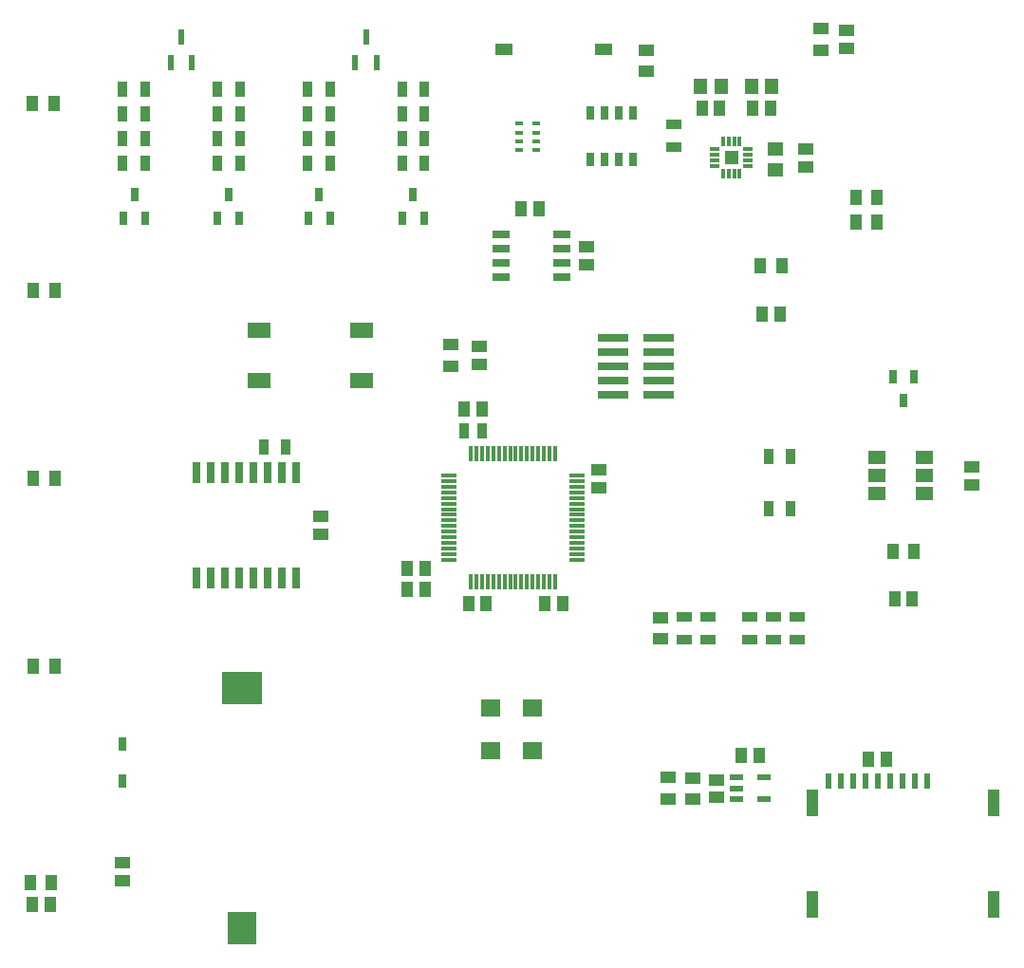
<source format=gtp>
G04 Layer_Color=8421504*
%FSLAX25Y25*%
%MOIN*%
G70*
G01*
G75*
%ADD10R,0.03740X0.05709*%
%ADD11R,0.04016X0.05787*%
%ADD12R,0.05709X0.04528*%
%ADD13R,0.05787X0.04016*%
%ADD14R,0.04528X0.05709*%
%ADD15R,0.03600X0.05700*%
%ADD16R,0.02953X0.04921*%
%ADD17R,0.06299X0.05000*%
%ADD18R,0.02362X0.05512*%
%ADD19R,0.04724X0.02100*%
%ADD20R,0.04921X0.04921*%
%ADD21R,0.03347X0.01181*%
%ADD22R,0.01181X0.03347*%
%ADD23R,0.06004X0.02559*%
%ADD24R,0.02559X0.07579*%
%ADD25R,0.05807X0.01181*%
%ADD26R,0.01181X0.05807*%
%ADD27R,0.10236X0.11811*%
%ADD28R,0.14173X0.11811*%
%ADD29R,0.04331X0.09449*%
%ADD30R,0.02441X0.05512*%
%ADD31R,0.10984X0.02913*%
%ADD32R,0.04134X0.05591*%
%ADD33R,0.06890X0.05906*%
%ADD34R,0.02559X0.04724*%
%ADD35R,0.04134X0.05512*%
%ADD36R,0.05709X0.03740*%
%ADD37R,0.05709X0.03937*%
%ADD38R,0.05512X0.04134*%
%ADD39R,0.02756X0.01673*%
%ADD40R,0.05906X0.04331*%
%ADD41R,0.02992X0.05000*%
%ADD42R,0.08268X0.05512*%
D10*
X293737Y178800D02*
D03*
X285863D02*
D03*
Y160600D02*
D03*
X293737D02*
D03*
X157166Y281741D02*
D03*
X165040D02*
D03*
X157166Y290394D02*
D03*
X165040D02*
D03*
X131826Y281741D02*
D03*
X123952D02*
D03*
X131826Y290394D02*
D03*
X123952D02*
D03*
X157166Y299047D02*
D03*
X165040D02*
D03*
Y307700D02*
D03*
X157166D02*
D03*
X131826Y299047D02*
D03*
X123952D02*
D03*
Y307700D02*
D03*
X131826D02*
D03*
X92316Y281741D02*
D03*
X100190D02*
D03*
X92316Y290394D02*
D03*
X100190D02*
D03*
X66875Y281741D02*
D03*
X59001D02*
D03*
X66875Y290394D02*
D03*
X59001D02*
D03*
X92316Y299047D02*
D03*
X100190D02*
D03*
Y307700D02*
D03*
X92316D02*
D03*
X66875Y299047D02*
D03*
X59001D02*
D03*
Y307700D02*
D03*
X66875D02*
D03*
X116337Y182100D02*
D03*
X108463D02*
D03*
D11*
X289850Y228900D02*
D03*
X283550D02*
D03*
X199050Y265800D02*
D03*
X205350D02*
D03*
X276250Y73700D02*
D03*
X282550D02*
D03*
X336402Y129000D02*
D03*
X330102D02*
D03*
X33450Y21500D02*
D03*
X27151D02*
D03*
X327314Y72400D02*
D03*
X321015D02*
D03*
X186750Y127200D02*
D03*
X180450D02*
D03*
X213650D02*
D03*
X207350D02*
D03*
X178950Y195500D02*
D03*
X185250D02*
D03*
X159050Y139600D02*
D03*
X165350D02*
D03*
Y132200D02*
D03*
X159050D02*
D03*
D12*
X288400Y286753D02*
D03*
Y279666D02*
D03*
D13*
X298900Y286753D02*
D03*
Y280454D02*
D03*
X221800Y246150D02*
D03*
Y252450D02*
D03*
X267500Y65350D02*
D03*
Y59050D02*
D03*
X59000Y36150D02*
D03*
Y29850D02*
D03*
X357200Y168951D02*
D03*
Y175250D02*
D03*
X313200Y328550D02*
D03*
Y322250D02*
D03*
X128600Y157750D02*
D03*
Y151450D02*
D03*
X226300Y174250D02*
D03*
Y167950D02*
D03*
X184100Y217450D02*
D03*
Y211150D02*
D03*
D14*
X269143Y308700D02*
D03*
X262057D02*
D03*
X279957D02*
D03*
X287043D02*
D03*
D15*
X185300Y188000D02*
D03*
X178900D02*
D03*
D16*
X59000Y64904D02*
D03*
Y77896D02*
D03*
D17*
X340535Y165802D02*
D03*
Y172101D02*
D03*
Y178400D02*
D03*
X324000Y165802D02*
D03*
Y172101D02*
D03*
Y178400D02*
D03*
D18*
X144496Y326228D02*
D03*
X148236Y317172D02*
D03*
X140756D02*
D03*
X79646Y326228D02*
D03*
X83386Y317172D02*
D03*
X75906D02*
D03*
D19*
X284421Y66040D02*
D03*
Y58560D02*
D03*
X274579D02*
D03*
Y62300D02*
D03*
Y66040D02*
D03*
D20*
X272800Y283800D02*
D03*
D21*
X267091Y280847D02*
D03*
Y282816D02*
D03*
Y284784D02*
D03*
Y286753D02*
D03*
X278509D02*
D03*
Y284784D02*
D03*
Y282816D02*
D03*
Y280847D02*
D03*
D22*
X269847Y289509D02*
D03*
X271816D02*
D03*
X273784D02*
D03*
X275753D02*
D03*
Y278091D02*
D03*
X273784D02*
D03*
X271816D02*
D03*
X269847D02*
D03*
D23*
X191823Y256800D02*
D03*
Y251800D02*
D03*
Y246800D02*
D03*
Y241800D02*
D03*
X213177D02*
D03*
Y246800D02*
D03*
Y251800D02*
D03*
Y256800D02*
D03*
D24*
X119900Y136049D02*
D03*
X114900D02*
D03*
X109900D02*
D03*
X104900D02*
D03*
X99900D02*
D03*
X94900D02*
D03*
X89900D02*
D03*
X84900D02*
D03*
Y173151D02*
D03*
X89900D02*
D03*
X94900D02*
D03*
X99900D02*
D03*
X104900D02*
D03*
X109900D02*
D03*
X114900D02*
D03*
X119900D02*
D03*
D25*
X173509Y172164D02*
D03*
Y170195D02*
D03*
Y168227D02*
D03*
Y166258D02*
D03*
Y164290D02*
D03*
Y162321D02*
D03*
Y160353D02*
D03*
Y158384D02*
D03*
Y156416D02*
D03*
Y154447D02*
D03*
Y152479D02*
D03*
Y150510D02*
D03*
Y148542D02*
D03*
Y146573D02*
D03*
Y144605D02*
D03*
Y142636D02*
D03*
X218690D02*
D03*
Y144605D02*
D03*
Y146573D02*
D03*
Y148542D02*
D03*
Y150510D02*
D03*
Y152479D02*
D03*
Y154447D02*
D03*
Y156416D02*
D03*
Y158384D02*
D03*
Y160353D02*
D03*
Y162321D02*
D03*
Y164290D02*
D03*
Y166258D02*
D03*
Y168227D02*
D03*
Y170195D02*
D03*
Y172164D02*
D03*
D26*
X181336Y134809D02*
D03*
X183305D02*
D03*
X185273D02*
D03*
X187242D02*
D03*
X189210D02*
D03*
X191179D02*
D03*
X193147D02*
D03*
X195116D02*
D03*
X197084D02*
D03*
X199053D02*
D03*
X201021D02*
D03*
X202990D02*
D03*
X204958D02*
D03*
X206927D02*
D03*
X208895D02*
D03*
X210864D02*
D03*
Y179991D02*
D03*
X208895D02*
D03*
X206927D02*
D03*
X204958D02*
D03*
X202990D02*
D03*
X201021D02*
D03*
X199053D02*
D03*
X197084D02*
D03*
X195116D02*
D03*
X193147D02*
D03*
X191179D02*
D03*
X189210D02*
D03*
X187242D02*
D03*
X185273D02*
D03*
X183305D02*
D03*
X181336D02*
D03*
D27*
X101000Y13200D02*
D03*
D28*
Y97452D02*
D03*
D29*
X364991Y57039D02*
D03*
Y21606D02*
D03*
X301409D02*
D03*
Y57039D02*
D03*
D30*
X306842Y64913D02*
D03*
X311172D02*
D03*
X315503D02*
D03*
X319834D02*
D03*
X324165D02*
D03*
X328495D02*
D03*
X332826D02*
D03*
X337157D02*
D03*
X341487D02*
D03*
D31*
X247400Y200400D02*
D03*
X231376D02*
D03*
X247400Y205400D02*
D03*
X231376D02*
D03*
X247400Y210400D02*
D03*
X231376D02*
D03*
X247400Y215400D02*
D03*
X231376D02*
D03*
X247400Y220400D02*
D03*
X231376D02*
D03*
D32*
X268710Y301200D02*
D03*
X262490D02*
D03*
X280390D02*
D03*
X286610D02*
D03*
D33*
X203082Y75500D02*
D03*
X188318D02*
D03*
X203082Y90400D02*
D03*
X188318D02*
D03*
D34*
X333252Y198666D02*
D03*
X329472Y206934D02*
D03*
X337032D02*
D03*
X161005Y270834D02*
D03*
X164784Y262566D02*
D03*
X157225D02*
D03*
X127987Y270834D02*
D03*
X131767Y262566D02*
D03*
X124208D02*
D03*
X96154Y270834D02*
D03*
X99934Y262566D02*
D03*
X92375D02*
D03*
X63137Y270834D02*
D03*
X66916Y262566D02*
D03*
X59357D02*
D03*
D35*
X290440Y245800D02*
D03*
X282960D02*
D03*
X323940Y261300D02*
D03*
X316460D02*
D03*
Y269900D02*
D03*
X323940D02*
D03*
X336992Y145500D02*
D03*
X329512D02*
D03*
X34041Y29300D02*
D03*
X26561D02*
D03*
X27344Y303000D02*
D03*
X34825D02*
D03*
X27744Y237067D02*
D03*
X35225D02*
D03*
X27744Y171133D02*
D03*
X35225D02*
D03*
X27744Y105200D02*
D03*
X35225D02*
D03*
D36*
X252500Y295537D02*
D03*
Y287663D02*
D03*
X295800Y114563D02*
D03*
Y122437D02*
D03*
X287519Y114563D02*
D03*
Y122437D02*
D03*
X279239Y114563D02*
D03*
Y122437D02*
D03*
X264658Y114563D02*
D03*
Y122437D02*
D03*
X256378Y114563D02*
D03*
Y122437D02*
D03*
D37*
X242900Y314060D02*
D03*
Y321540D02*
D03*
X259282Y58460D02*
D03*
Y65940D02*
D03*
X250700Y66140D02*
D03*
Y58660D02*
D03*
D38*
X304200Y329140D02*
D03*
Y321660D02*
D03*
X247900Y114760D02*
D03*
Y122240D02*
D03*
X174400Y218040D02*
D03*
Y210560D02*
D03*
D39*
X198347Y295824D02*
D03*
Y292675D02*
D03*
Y289525D02*
D03*
Y286376D02*
D03*
X204253D02*
D03*
Y289525D02*
D03*
Y292675D02*
D03*
Y295824D02*
D03*
D40*
X228047Y321700D02*
D03*
X193008D02*
D03*
D41*
X238400Y283329D02*
D03*
X233400D02*
D03*
X228400D02*
D03*
X223400D02*
D03*
Y299471D02*
D03*
X228400D02*
D03*
X233400D02*
D03*
X238400D02*
D03*
D42*
X142913Y205642D02*
D03*
X107087D02*
D03*
X142913Y223358D02*
D03*
X107087D02*
D03*
M02*

</source>
